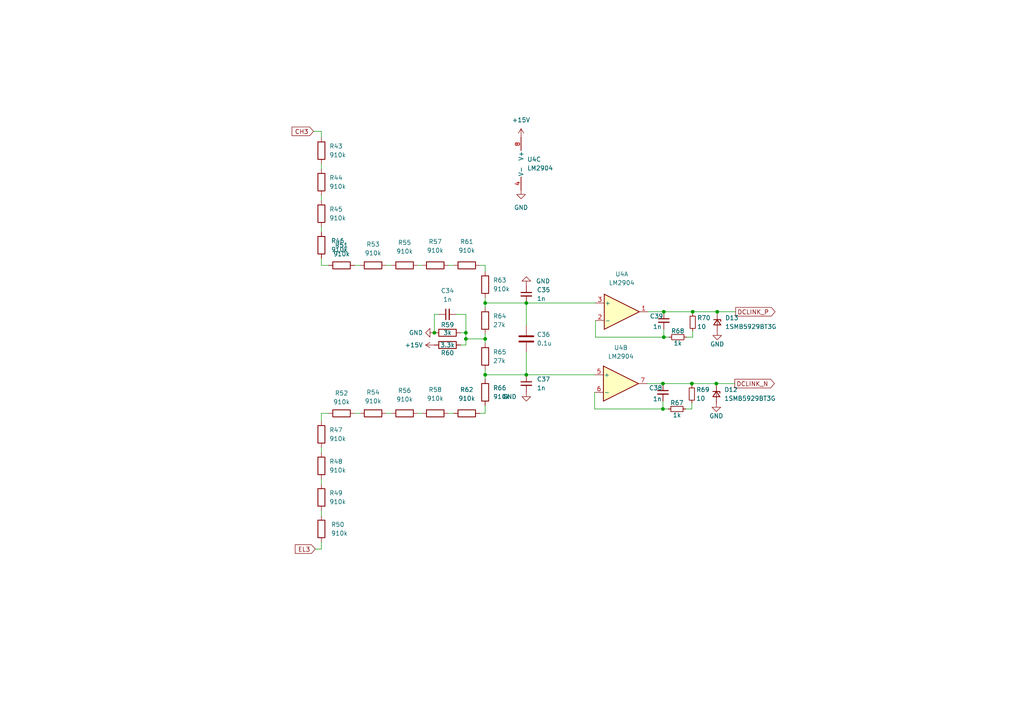
<source format=kicad_sch>
(kicad_sch (version 20211123) (generator eeschema)
  (paper "A4")
  (lib_symbols
    (symbol "Amplifier_Operational:LM2904" (pin_names (offset 0.127))
      (property "Reference" "U" (at 0 5.08 0))
      (property "Value" "LM2904" (at 0 -5.08 0))
      (symbol "LM2904_1_1"
        (polyline (pts (xy -5.08 5.08) (xy 5.08 0) (xy -5.08 -5.08) (xy -5.08 5.08)) (stroke (width 0.254)) (fill (type background)))
        (pin output line (at 7.62 0 180) (length 2.54) (name "~") (number "1"))
        (pin input line (at -7.62 -2.54 0) (length 2.54) (name "-") (number "2"))
        (pin input line (at -7.62 2.54 0) (length 2.54) (name "+") (number "3"))
      )
      (symbol "LM2904_2_1"
        (polyline (pts (xy -5.08 5.08) (xy 5.08 0) (xy -5.08 -5.08) (xy -5.08 5.08)) (stroke (width 0.254)) (fill (type background)))
        (pin input line (at -7.62 2.54 0) (length 2.54) (name "+") (number "5"))
        (pin input line (at -7.62 -2.54 0) (length 2.54) (name "-") (number "6"))
        (pin output line (at 7.62 0 180) (length 2.54) (name "~") (number "7"))
      )
      (symbol "LM2904_3_1"
        (pin power_in line (at -2.54 -7.62 90) (length 3.81) (name "V-") (number "4"))
        (pin power_in line (at -2.54 7.62 270) (length 3.81) (name "V+") (number "8"))
      )
    )
    (symbol "Device:C" (pin_numbers hide) (pin_names (offset 0.254))
      (property "Reference" "C" (at 0.635 2.54 0))
      (property "Value" "C" (at 0.635 -2.54 0))
      (symbol "C_0_1"
        (polyline (pts (xy -2.032 -0.762) (xy 2.032 -0.762)) (stroke (width 0.508)))
        (polyline (pts (xy -2.032 0.762) (xy 2.032 0.762)) (stroke (width 0.508)))
      )
      (symbol "C_1_1"
        (pin passive line (at 0 3.81 270) (length 2.794) (name "~") (number "1"))
        (pin passive line (at 0 -3.81 90) (length 2.794) (name "~") (number "2"))
      )
    )
    (symbol "Device:C_Small" (pin_numbers hide) (pin_names (offset 0.254) hide)
      (property "Reference" "C" (at 0.254 1.778 0))
      (property "Value" "C_Small" (at 0.254 -2.032 0))
      (symbol "C_Small_0_1"
        (polyline (pts (xy -1.524 -0.508) (xy 1.524 -0.508)) (stroke (width 0.3302)))
        (polyline (pts (xy -1.524 0.508) (xy 1.524 0.508)) (stroke (width 0.3048)))
      )
      (symbol "C_Small_1_1"
        (pin passive line (at 0 2.54 270) (length 2.032) (name "~") (number "1"))
        (pin passive line (at 0 -2.54 90) (length 2.032) (name "~") (number "2"))
      )
    )
    (symbol "Device:D_Zener_Small" (pin_numbers hide) (pin_names (offset 0.254) hide)
      (property "Reference" "D" (at 0 2.286 0))
      (property "Value" "D_Zener_Small" (at 0 -2.286 0))
      (symbol "D_Zener_Small_0_1"
        (polyline (pts (xy 0.762 0) (xy -0.762 0)))
        (polyline (pts (xy -0.254 1.016) (xy -0.762 1.016) (xy -0.762 -1.016)) (stroke (width 0.254)))
        (polyline (pts (xy 0.762 1.016) (xy -0.762 0) (xy 0.762 -1.016) (xy 0.762 1.016)) (stroke (width 0.254)))
      )
      (symbol "D_Zener_Small_1_1"
        (pin passive line (at -2.54 0 0) (length 1.778) (name "K") (number "1"))
        (pin passive line (at 2.54 0 180) (length 1.778) (name "A") (number "2"))
      )
    )
    (symbol "Device:R" (pin_numbers hide) (pin_names (offset 0))
      (property "Reference" "R" (at 2.032 0 90))
      (property "Value" "R" (at 0 0 90))
      (symbol "R_0_1"
        (rectangle (start -1.016 -2.54) (end 1.016 2.54) (stroke (width 0.254)))
      )
      (symbol "R_1_1"
        (pin passive line (at 0 3.81 270) (length 1.27) (name "~") (number "1"))
        (pin passive line (at 0 -3.81 90) (length 1.27) (name "~") (number "2"))
      )
    )
    (symbol "Device:R_Small" (pin_numbers hide) (pin_names (offset 0.254) hide)
      (property "Reference" "R" (at 0.762 0.508 0))
      (property "Value" "R_Small" (at 0.762 -1.016 0))
      (symbol "R_Small_0_1"
        (rectangle (start -0.762 1.778) (end 0.762 -1.778) (stroke (width 0.2032)))
      )
      (symbol "R_Small_1_1"
        (pin passive line (at 0 2.54 270) (length 0.762) (name "~") (number "1"))
        (pin passive line (at 0 -2.54 90) (length 0.762) (name "~") (number "2"))
      )
    )
    (symbol "power:+15V" (power) (pin_names (offset 0))
      (property "Value" "+15V" (at 0 3.556 0))
      (symbol "+15V_0_1"
        (polyline (pts (xy -0.762 1.27) (xy 0 2.54)))
        (polyline (pts (xy 0 0) (xy 0 2.54)))
        (polyline (pts (xy 0 2.54) (xy 0.762 1.27)))
      )
      (symbol "+15V_1_1"
        (pin power_in line (at 0 0 90) (length 0) hide (name "+15V") (number "1"))
      )
    )
    (symbol "power:GND" (power) (pin_names (offset 0))
      (property "Value" "GND" (at 0 -3.81 0))
      (symbol "GND_0_1"
        (polyline (pts (xy 0 0) (xy 0 -1.27) (xy 1.27 -1.27) (xy 0 -2.54) (xy -1.27 -1.27) (xy 0 -1.27)))
      )
      (symbol "GND_1_1"
        (pin power_in line (at 0 0 270) (length 0) hide (name "GND") (number "1"))
      )
    )
  )
  (junction (at 192.532 97.79))
  (junction (at 135.128 98.298))
  (junction (at 192.532 90.424))
  (junction (at 207.772 111.252))
  (junction (at 152.654 87.884))
  (junction (at 140.716 98.298))
  (junction (at 200.914 90.424))
  (junction (at 135.128 96.52))
  (junction (at 140.716 87.884))
  (junction (at 192.278 118.618))
  (junction (at 208.026 90.424))
  (junction (at 192.278 111.252))
  (junction (at 152.654 108.712))
  (junction (at 140.716 108.712))
  (junction (at 125.984 96.52))
  (junction (at 200.66 111.252))
  (wire (pts (xy 90.932 38.1) (xy 93.218 38.1)))
  (wire (pts (xy 135.128 91.186) (xy 135.128 96.52)))
  (wire (pts (xy 207.772 111.76) (xy 207.772 111.252)))
  (wire (pts (xy 140.716 76.962) (xy 140.716 78.74)))
  (wire (pts (xy 135.128 98.298) (xy 140.716 98.298)))
  (wire (pts (xy 125.984 91.186) (xy 125.984 96.52)))
  (wire (pts (xy 130.048 119.888) (xy 131.572 119.888)))
  (wire (pts (xy 192.532 90.424) (xy 200.914 90.424)))
  (wire (pts (xy 93.218 56.642) (xy 93.218 58.166)))
  (wire (pts (xy 140.716 98.298) (xy 140.716 99.568)))
  (wire (pts (xy 187.96 90.424) (xy 192.532 90.424)))
  (wire (pts (xy 112.014 119.888) (xy 113.538 119.888)))
  (wire (pts (xy 135.128 96.52) (xy 135.128 98.298)))
  (wire (pts (xy 172.466 113.792) (xy 172.466 118.618)))
  (wire (pts (xy 102.87 76.962) (xy 104.394 76.962)))
  (wire (pts (xy 192.278 111.252) (xy 200.66 111.252)))
  (wire (pts (xy 192.278 116.332) (xy 192.278 118.618)))
  (wire (pts (xy 172.466 118.618) (xy 192.278 118.618)))
  (wire (pts (xy 200.914 97.79) (xy 199.136 97.79)))
  (wire (pts (xy 140.716 87.884) (xy 140.716 89.154)))
  (wire (pts (xy 152.654 87.884) (xy 152.654 94.488)))
  (wire (pts (xy 140.716 96.774) (xy 140.716 98.298)))
  (wire (pts (xy 140.716 87.884) (xy 152.654 87.884)))
  (wire (pts (xy 130.048 76.962) (xy 131.572 76.962)))
  (wire (pts (xy 140.716 117.602) (xy 140.716 119.888)))
  (wire (pts (xy 140.716 108.712) (xy 140.716 109.982)))
  (wire (pts (xy 140.716 107.188) (xy 140.716 108.712)))
  (wire (pts (xy 200.914 96.012) (xy 200.914 97.79)))
  (wire (pts (xy 200.66 111.252) (xy 200.66 111.76)))
  (wire (pts (xy 140.716 86.36) (xy 140.716 87.884)))
  (wire (pts (xy 93.218 119.888) (xy 93.218 122.174)))
  (wire (pts (xy 208.026 90.424) (xy 200.914 90.424)))
  (wire (pts (xy 127.254 91.186) (xy 125.984 91.186)))
  (wire (pts (xy 135.128 98.298) (xy 135.128 100.076)))
  (wire (pts (xy 135.128 100.076) (xy 133.604 100.076)))
  (wire (pts (xy 200.66 118.618) (xy 198.882 118.618)))
  (wire (pts (xy 152.654 102.108) (xy 152.654 108.712)))
  (wire (pts (xy 152.654 87.884) (xy 172.72 87.884)))
  (wire (pts (xy 93.218 76.962) (xy 95.25 76.962)))
  (wire (pts (xy 172.72 97.79) (xy 192.532 97.79)))
  (wire (pts (xy 192.278 118.618) (xy 193.802 118.618)))
  (wire (pts (xy 93.218 138.938) (xy 93.218 140.462)))
  (wire (pts (xy 93.218 47.498) (xy 93.218 49.022)))
  (wire (pts (xy 93.218 148.082) (xy 93.218 149.606)))
  (wire (pts (xy 172.72 92.964) (xy 172.72 97.79)))
  (wire (pts (xy 207.772 111.252) (xy 200.66 111.252)))
  (wire (pts (xy 140.716 119.888) (xy 139.192 119.888)))
  (wire (pts (xy 152.654 108.712) (xy 140.716 108.712)))
  (wire (pts (xy 93.218 119.888) (xy 95.25 119.888)))
  (wire (pts (xy 93.218 159.258) (xy 93.218 157.226)))
  (wire (pts (xy 112.014 76.962) (xy 113.538 76.962)))
  (wire (pts (xy 208.026 90.424) (xy 213.36 90.424)))
  (wire (pts (xy 208.026 90.932) (xy 208.026 90.424)))
  (wire (pts (xy 121.158 119.888) (xy 122.428 119.888)))
  (wire (pts (xy 192.532 95.504) (xy 192.532 97.79)))
  (wire (pts (xy 121.158 76.962) (xy 122.428 76.962)))
  (wire (pts (xy 102.87 119.888) (xy 104.394 119.888)))
  (wire (pts (xy 207.772 111.252) (xy 213.106 111.252)))
  (wire (pts (xy 91.44 159.258) (xy 93.218 159.258)))
  (wire (pts (xy 152.654 108.712) (xy 172.466 108.712)))
  (wire (pts (xy 93.218 65.786) (xy 93.218 67.31)))
  (wire (pts (xy 187.706 111.252) (xy 192.278 111.252)))
  (wire (pts (xy 200.66 116.84) (xy 200.66 118.618)))
  (wire (pts (xy 192.532 97.79) (xy 194.056 97.79)))
  (wire (pts (xy 93.218 74.93) (xy 93.218 76.962)))
  (wire (pts (xy 200.914 90.424) (xy 200.914 90.932)))
  (wire (pts (xy 139.192 76.962) (xy 140.716 76.962)))
  (wire (pts (xy 133.604 96.52) (xy 135.128 96.52)))
  (wire (pts (xy 93.218 129.794) (xy 93.218 131.318)))
  (wire (pts (xy 93.218 38.1) (xy 93.218 39.878)))
  (wire (pts (xy 132.334 91.186) (xy 135.128 91.186)))
  (global_label "EL3" (shape input) (at 91.44 159.258 180) (property "Intersheet References" "${INTERSHEET_REFS}" (effects hide)))
  (global_label "DCLINK_P" (shape output) (at 213.36 90.424 0) (property "Intersheet References" "${INTERSHEET_REFS}" (effects hide)))
  (global_label "CH3" (shape input) (at 90.932 38.1 180) (property "Intersheet References" "${INTERSHEET_REFS}" (effects hide)))
  (global_label "DCLINK_N" (shape output) (at 213.106 111.252 0) (property "Intersheet References" "${INTERSHEET_REFS}" (effects hide)))
  (symbol (lib_id "Amplifier_Operational:LM2904") (at 180.34 90.424 0) (unit 1)
    (property "Reference" "U4" (at 180.34 79.502 0))
    (property "Value" "LM2904" (at 180.34 82.042 0))
    (property "Footprint" "Package_SO:SO-8_3.9x4.9mm_P1.27mm" (effects hide))
    (property "Datasheet" "http://www.ti.com/lit/ds/symlink/lm358.pdf" (effects hide))
  )
  (symbol (lib_id "Device:R") (at 129.794 100.076 270) (unit 1)
    (property "Reference" "R60" (at 129.794 102.362 90))
    (property "Value" "3.3k" (at 129.794 100.076 90))
    (property "Footprint" "Resistor_SMD:R_0805_2012Metric_Pad1.20x1.40mm_HandSolder" (effects hide))
  )
  (symbol (lib_id "Device:R") (at 108.204 119.888 90) (unit 1)
    (property "Reference" "R54" (at 108.204 113.792 90))
    (property "Value" "910k" (at 108.204 116.332 90))
    (property "Footprint" "Resistor_SMD:R_0805_2012Metric_Pad1.20x1.40mm_HandSolder" (effects hide))
  )
  (symbol (lib_id "Device:R") (at 99.06 119.888 90) (unit 1)
    (property "Reference" "R52" (at 99.06 114.046 90))
    (property "Value" "910k" (at 99.06 116.586 90))
    (property "Footprint" "Resistor_SMD:R_0805_2012Metric_Pad1.20x1.40mm_HandSolder" (effects hide))
  )
  (symbol (lib_id "Device:C_Small") (at 192.532 92.964 0) (unit 1)
    (property "Reference" "C39" (at 188.468 91.694 0) (effects (justify left)))
    (property "Value" "1n" (at 189.357 94.742 0) (effects (justify left)))
    (property "Footprint" "Capacitor_SMD:C_0805_2012Metric_Pad1.18x1.45mm_HandSolder" (effects hide))
  )
  (symbol (lib_id "Device:C_Small") (at 152.654 111.252 0) (unit 1)
    (property "Reference" "C37" (at 155.702 109.9882 0) (effects (justify left)))
    (property "Value" "1n" (at 155.702 112.5282 0) (effects (justify left)))
    (property "Footprint" "Capacitor_SMD:C_0805_2012Metric_Pad1.18x1.45mm_HandSolder" (effects hide))
  )
  (symbol (lib_id "Device:R_Small") (at 200.66 114.3 180) (unit 1)
    (property "Reference" "R69" (at 201.93 113.03 0) (effects (justify right)))
    (property "Value" "10" (at 201.93 115.57 0) (effects (justify right)))
    (property "Footprint" "Resistor_SMD:R_0805_2012Metric_Pad1.20x1.40mm_HandSolder" (effects hide))
  )
  (symbol (lib_id "Device:R") (at 93.218 71.12 180) (unit 1)
    (property "Reference" "R46" (at 96.012 69.8499 0) (effects (justify right)))
    (property "Value" "910k" (at 96.012 72.3899 0) (effects (justify right)))
    (property "Footprint" "Resistor_SMD:R_0805_2012Metric_Pad1.20x1.40mm_HandSolder" (effects hide))
  )
  (symbol (lib_id "Device:R") (at 93.218 125.984 0) (unit 1)
    (property "Reference" "R47" (at 95.504 124.7139 0) (effects (justify left)))
    (property "Value" "910k" (at 95.504 127.2539 0) (effects (justify left)))
    (property "Footprint" "Resistor_SMD:R_0805_2012Metric_Pad1.20x1.40mm_HandSolder" (effects hide))
  )
  (symbol (lib_id "Device:R") (at 93.218 135.128 0) (unit 1)
    (property "Reference" "R48" (at 95.504 133.8579 0) (effects (justify left)))
    (property "Value" "910k" (at 95.504 136.3979 0) (effects (justify left)))
    (property "Footprint" "Resistor_SMD:R_0805_2012Metric_Pad1.20x1.40mm_HandSolder" (effects hide))
  )
  (symbol (lib_id "Device:R") (at 93.218 43.688 0) (unit 1)
    (property "Reference" "R43" (at 95.504 42.4179 0) (effects (justify left)))
    (property "Value" "910k" (at 95.504 44.9579 0) (effects (justify left)))
    (property "Footprint" "Resistor_SMD:R_0805_2012Metric_Pad1.20x1.40mm_HandSolder" (effects hide))
  )
  (symbol (lib_id "power:GND") (at 151.13 55.118 0) (unit 1)
    (property "Reference" "#PWR083" (effects hide))
    (property "Value" "GND" (at 151.13 60.198 0))
  )
  (symbol (lib_id "Device:R") (at 140.716 92.964 0) (unit 1)
    (property "Reference" "R64" (at 143.002 91.6939 0) (effects (justify left)))
    (property "Value" "27k" (at 143.002 94.2339 0) (effects (justify left)))
    (property "Footprint" "Resistor_SMD:R_0805_2012Metric_Pad1.20x1.40mm_HandSolder" (effects hide))
  )
  (symbol (lib_id "Device:R") (at 140.716 103.378 0) (unit 1)
    (property "Reference" "R65" (at 143.002 102.1079 0) (effects (justify left)))
    (property "Value" "27k" (at 143.002 104.6479 0) (effects (justify left)))
    (property "Footprint" "Resistor_SMD:R_0805_2012Metric_Pad1.20x1.40mm_HandSolder" (effects hide))
  )
  (symbol (lib_id "power:GND") (at 208.026 96.012 0) (unit 1)
    (property "Reference" "#PWR087" (effects hide))
    (property "Value" "GND" (at 210.058 99.822 0) (effects (justify right)))
  )
  (symbol (lib_id "Device:R_Small") (at 196.596 97.79 90) (unit 1)
    (property "Reference" "R68" (at 196.596 96.012 90))
    (property "Value" "1k" (at 196.596 99.568 90))
    (property "Footprint" "Resistor_SMD:R_0805_2012Metric_Pad1.20x1.40mm_HandSolder" (effects hide))
  )
  (symbol (lib_id "Amplifier_Operational:LM2904") (at 180.086 111.252 0) (unit 2)
    (property "Reference" "U4" (at 180.086 100.838 0))
    (property "Value" "LM2904" (at 180.086 103.378 0))
    (property "Footprint" "Package_SO:SO-8_3.9x4.9mm_P1.27mm" (effects hide))
    (property "Datasheet" "http://www.ti.com/lit/ds/symlink/lm358.pdf" (effects hide))
  )
  (symbol (lib_id "Device:R_Small") (at 200.914 93.472 180) (unit 1)
    (property "Reference" "R70" (at 202.184 92.202 0) (effects (justify right)))
    (property "Value" "10" (at 202.184 94.742 0) (effects (justify right)))
    (property "Footprint" "Resistor_SMD:R_0805_2012Metric_Pad1.20x1.40mm_HandSolder" (effects hide))
  )
  (symbol (lib_id "Device:C_Small") (at 192.278 113.792 0) (unit 1)
    (property "Reference" "C38" (at 188.214 112.522 0) (effects (justify left)))
    (property "Value" "1n" (at 189.357 115.697 0) (effects (justify left)))
    (property "Footprint" "Capacitor_SMD:C_0805_2012Metric_Pad1.18x1.45mm_HandSolder" (effects hide))
  )
  (symbol (lib_id "Device:R") (at 140.716 113.792 0) (unit 1)
    (property "Reference" "R66" (at 143.002 112.5219 0) (effects (justify left)))
    (property "Value" "910k" (at 143.002 115.0619 0) (effects (justify left)))
    (property "Footprint" "Resistor_SMD:R_0805_2012Metric_Pad1.20x1.40mm_HandSolder" (effects hide))
  )
  (symbol (lib_id "Device:D_Zener_Small") (at 207.772 114.3 270) (unit 1)
    (property "Reference" "D12" (at 210.058 113.0299 90) (effects (justify left)))
    (property "Value" "1SMB5929BT3G" (at 210.058 115.5699 90) (effects (justify left)))
    (property "Footprint" "Diode_SMD:D_SMB" (effects hide))
  )
  (symbol (lib_id "Device:C_Small") (at 129.794 91.186 90) (unit 1)
    (property "Reference" "C34" (at 129.8003 84.328 90))
    (property "Value" "1n" (at 129.8003 86.868 90))
    (property "Footprint" "Capacitor_SMD:C_0805_2012Metric_Pad1.18x1.45mm_HandSolder" (effects hide))
  )
  (symbol (lib_id "Device:R") (at 135.382 76.962 90) (unit 1)
    (property "Reference" "R61" (at 135.382 70.104 90))
    (property "Value" "910k" (at 135.382 72.644 90))
    (property "Footprint" "Resistor_SMD:R_0805_2012Metric_Pad1.20x1.40mm_HandSolder" (effects hide))
  )
  (symbol (lib_id "Device:R") (at 117.348 76.962 90) (unit 1)
    (property "Reference" "R55" (at 117.348 70.358 90))
    (property "Value" "910k" (at 117.348 72.898 90))
    (property "Footprint" "Resistor_SMD:R_0805_2012Metric_Pad1.20x1.40mm_HandSolder" (effects hide))
  )
  (symbol (lib_id "Device:D_Zener_Small") (at 208.026 93.472 270) (unit 1)
    (property "Reference" "D13" (at 210.312 92.2019 90) (effects (justify left)))
    (property "Value" "1SMB5929BT3G" (at 210.312 94.7419 90) (effects (justify left)))
    (property "Footprint" "Diode_SMD:D_SMB" (effects hide))
  )
  (symbol (lib_id "Device:R") (at 126.238 119.888 90) (unit 1)
    (property "Reference" "R58" (at 126.238 113.03 90))
    (property "Value" "910k" (at 126.238 115.57 90))
    (property "Footprint" "Resistor_SMD:R_0805_2012Metric_Pad1.20x1.40mm_HandSolder" (effects hide))
  )
  (symbol (lib_id "Device:R") (at 93.218 61.976 0) (unit 1)
    (property "Reference" "R45" (at 95.504 60.7059 0) (effects (justify left)))
    (property "Value" "910k" (at 95.504 63.2459 0) (effects (justify left)))
    (property "Footprint" "Resistor_SMD:R_0805_2012Metric_Pad1.20x1.40mm_HandSolder" (effects hide))
  )
  (symbol (lib_id "Device:C") (at 152.654 98.298 0) (unit 1)
    (property "Reference" "C36" (at 155.702 97.0279 0) (effects (justify left)))
    (property "Value" "0.1u" (at 155.702 99.5679 0) (effects (justify left)))
    (property "Footprint" "Capacitor_SMD:C_1206_3216Metric_Pad1.33x1.80mm_HandSolder" (effects hide))
  )
  (symbol (lib_id "power:+15V") (at 125.984 100.076 90) (unit 1)
    (property "Reference" "#PWR081" (effects hide))
    (property "Value" "+15V" (at 122.682 100.0759 90) (effects (justify left)))
  )
  (symbol (lib_id "Device:R") (at 129.794 96.52 90) (unit 1)
    (property "Reference" "R59" (at 129.794 94.234 90))
    (property "Value" "3k" (at 129.794 96.52 90))
    (property "Footprint" "Resistor_SMD:R_0805_2012Metric_Pad1.20x1.40mm_HandSolder" (effects hide))
  )
  (symbol (lib_id "Device:R") (at 108.204 76.962 90) (unit 1)
    (property "Reference" "R53" (at 108.204 70.866 90))
    (property "Value" "910k" (at 108.204 73.406 90))
    (property "Footprint" "Resistor_SMD:R_0805_2012Metric_Pad1.20x1.40mm_HandSolder" (effects hide))
  )
  (symbol (lib_id "power:GND") (at 152.654 82.804 180) (unit 1)
    (property "Reference" "#PWR084" (effects hide))
    (property "Value" "GND" (at 155.448 81.5339 0) (effects (justify right)))
  )
  (symbol (lib_id "Device:C_Small") (at 152.654 85.344 0) (unit 1)
    (property "Reference" "C35" (at 155.702 84.0802 0) (effects (justify left)))
    (property "Value" "1n" (at 155.702 86.6202 0) (effects (justify left)))
    (property "Footprint" "Capacitor_SMD:C_0805_2012Metric_Pad1.18x1.45mm_HandSolder" (effects hide))
  )
  (symbol (lib_id "Device:R") (at 93.218 144.272 0) (unit 1)
    (property "Reference" "R49" (at 95.504 143.0019 0) (effects (justify left)))
    (property "Value" "910k" (at 95.504 145.5419 0) (effects (justify left)))
    (property "Footprint" "Resistor_SMD:R_0805_2012Metric_Pad1.20x1.40mm_HandSolder" (effects hide))
  )
  (symbol (lib_id "power:GND") (at 152.654 113.792 0) (unit 1)
    (property "Reference" "#PWR085" (effects hide))
    (property "Value" "GND" (at 149.86 115.0621 0) (effects (justify right)))
  )
  (symbol (lib_id "power:GND") (at 125.984 96.52 270) (unit 1)
    (property "Reference" "#PWR080" (effects hide))
    (property "Value" "GND" (at 122.682 96.5199 90) (effects (justify right)))
  )
  (symbol (lib_id "Device:R") (at 93.218 52.832 0) (unit 1)
    (property "Reference" "R44" (at 95.504 51.5619 0) (effects (justify left)))
    (property "Value" "910k" (at 95.504 54.1019 0) (effects (justify left)))
    (property "Footprint" "Resistor_SMD:R_0805_2012Metric_Pad1.20x1.40mm_HandSolder" (effects hide))
  )
  (symbol (lib_id "Device:R") (at 126.238 76.962 90) (unit 1)
    (property "Reference" "R57" (at 126.238 70.104 90))
    (property "Value" "910k" (at 126.238 72.644 90))
    (property "Footprint" "Resistor_SMD:R_0805_2012Metric_Pad1.20x1.40mm_HandSolder" (effects hide))
  )
  (symbol (lib_id "power:+15V") (at 151.13 39.878 0) (unit 1)
    (property "Reference" "#PWR082" (effects hide))
    (property "Value" "+15V" (at 151.13 34.798 0))
  )
  (symbol (lib_id "Device:R") (at 117.348 119.888 90) (unit 1)
    (property "Reference" "R56" (at 117.348 113.284 90))
    (property "Value" "910k" (at 117.348 115.824 90))
    (property "Footprint" "Resistor_SMD:R_0805_2012Metric_Pad1.20x1.40mm_HandSolder" (effects hide))
  )
  (symbol (lib_id "power:GND") (at 207.772 116.84 0) (unit 1)
    (property "Reference" "#PWR086" (effects hide))
    (property "Value" "GND" (at 209.804 120.65 0) (effects (justify right)))
  )
  (symbol (lib_id "Device:R") (at 140.716 82.55 0) (unit 1)
    (property "Reference" "R63" (at 143.002 81.2799 0) (effects (justify left)))
    (property "Value" "910k" (at 143.002 83.8199 0) (effects (justify left)))
    (property "Footprint" "Resistor_SMD:R_0805_2012Metric_Pad1.20x1.40mm_HandSolder" (effects hide))
  )
  (symbol (lib_id "Device:R") (at 99.06 76.962 90) (unit 1)
    (property "Reference" "R51" (at 99.06 71.12 90))
    (property "Value" "910k" (at 99.06 73.66 90))
    (property "Footprint" "Resistor_SMD:R_0805_2012Metric_Pad1.20x1.40mm_HandSolder" (effects hide))
  )
  (symbol (lib_id "Device:R_Small") (at 196.342 118.618 90) (unit 1)
    (property "Reference" "R67" (at 196.342 116.84 90))
    (property "Value" "1k" (at 196.342 120.396 90))
    (property "Footprint" "Resistor_SMD:R_0805_2012Metric_Pad1.20x1.40mm_HandSolder" (effects hide))
  )
  (symbol (lib_id "Device:R") (at 93.218 153.416 180) (unit 1)
    (property "Reference" "R50" (at 96.012 152.1459 0) (effects (justify right)))
    (property "Value" "910k" (at 96.012 154.6859 0) (effects (justify right)))
    (property "Footprint" "Resistor_SMD:R_0805_2012Metric_Pad1.20x1.40mm_HandSolder" (effects hide))
  )
  (symbol (lib_id "Device:R") (at 135.382 119.888 90) (unit 1)
    (property "Reference" "R62" (at 135.382 113.03 90))
    (property "Value" "910k" (at 135.382 115.57 90))
    (property "Footprint" "Resistor_SMD:R_0805_2012Metric_Pad1.20x1.40mm_HandSolder" (effects hide))
  )
  (symbol (lib_id "Amplifier_Operational:LM2904") (at 153.67 47.498 0) (unit 3)
    (property "Reference" "U4" (at 152.908 46.2279 0) (effects (justify left)))
    (property "Value" "LM2904" (at 152.908 48.7679 0) (effects (justify left)))
    (property "Footprint" "Package_SO:SO-8_3.9x4.9mm_P1.27mm" (effects hide))
    (property "Datasheet" "http://www.ti.com/lit/ds/symlink/lm358.pdf" (effects hide))
  )
)
</source>
